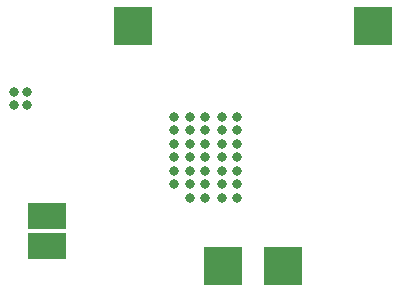
<source format=gbs>
G04 Layer_Color=16711935*
%FSAX25Y25*%
%MOIN*%
G70*
G01*
G75*
%ADD68R,0.12611X0.12611*%
%ADD69R,0.12611X0.08674*%
%ADD70C,0.03162*%
D68*
X0429000Y0289250D02*
D03*
X0479000Y0209250D02*
D03*
X0509000Y0289250D02*
D03*
X0459000Y0209250D02*
D03*
D69*
X0400250Y0226000D02*
D03*
Y0216000D02*
D03*
D70*
X0393665Y0262835D02*
D03*
X0389335D02*
D03*
X0393665Y0267165D02*
D03*
X0389335D02*
D03*
X0442500Y0259000D02*
D03*
X0448000D02*
D03*
X0453000D02*
D03*
X0458500D02*
D03*
X0463500D02*
D03*
Y0254500D02*
D03*
X0458500D02*
D03*
X0453000D02*
D03*
X0448000D02*
D03*
X0442500D02*
D03*
X0463500Y0250000D02*
D03*
X0458500D02*
D03*
X0453000D02*
D03*
X0448000D02*
D03*
X0442500D02*
D03*
X0463500Y0245500D02*
D03*
X0458500D02*
D03*
X0453000D02*
D03*
X0448000D02*
D03*
X0442500D02*
D03*
X0463500Y0241000D02*
D03*
X0458500D02*
D03*
X0453000D02*
D03*
X0448000D02*
D03*
X0442500D02*
D03*
X0463500Y0236500D02*
D03*
X0458500D02*
D03*
X0453000D02*
D03*
X0448000D02*
D03*
X0442500D02*
D03*
X0463500Y0232000D02*
D03*
X0458500D02*
D03*
X0453000D02*
D03*
X0448000D02*
D03*
M02*

</source>
